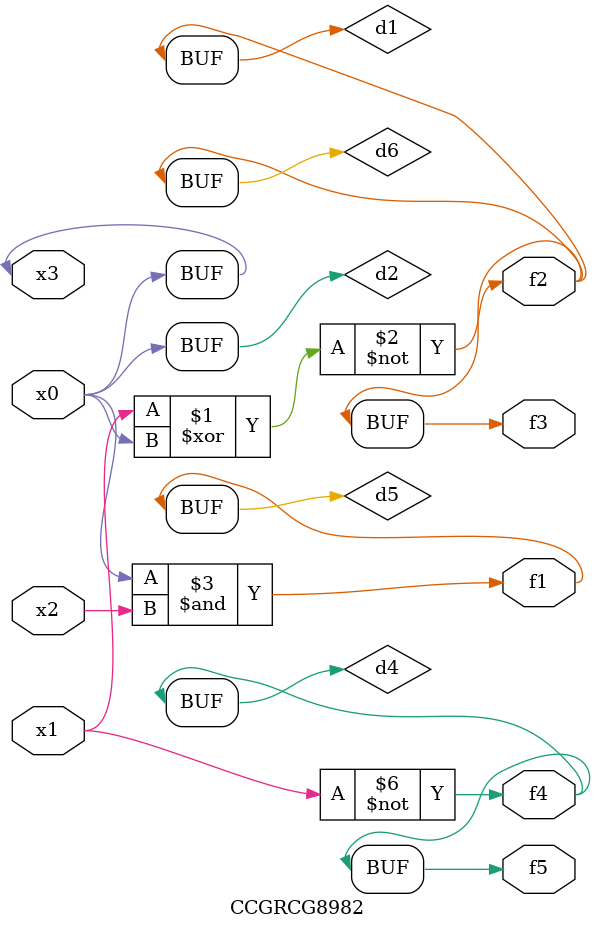
<source format=v>
module CCGRCG8982(
	input x0, x1, x2, x3,
	output f1, f2, f3, f4, f5
);

	wire d1, d2, d3, d4, d5, d6;

	xnor (d1, x1, x3);
	buf (d2, x0, x3);
	nand (d3, x0, x2);
	not (d4, x1);
	nand (d5, d3);
	or (d6, d1);
	assign f1 = d5;
	assign f2 = d6;
	assign f3 = d6;
	assign f4 = d4;
	assign f5 = d4;
endmodule

</source>
